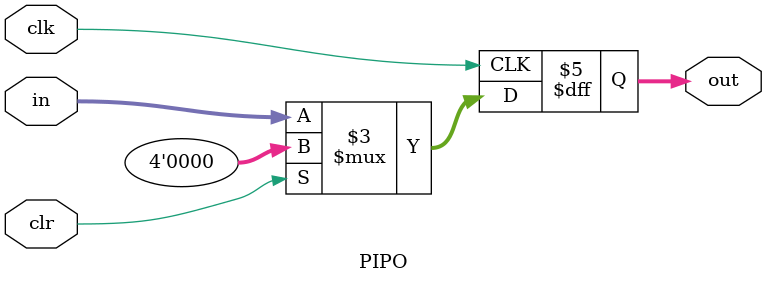
<source format=sv>
module PIPO(in,clk,clr,out);
  input clk,clr;
  input [3:0]in;
  output reg [3:0] out;
  
  always @(posedge clk)begin 
    if(clr)begin
      out <= 0;
    end 
    else begin 
      out <= in;
    end
  end 
endmodule

</source>
